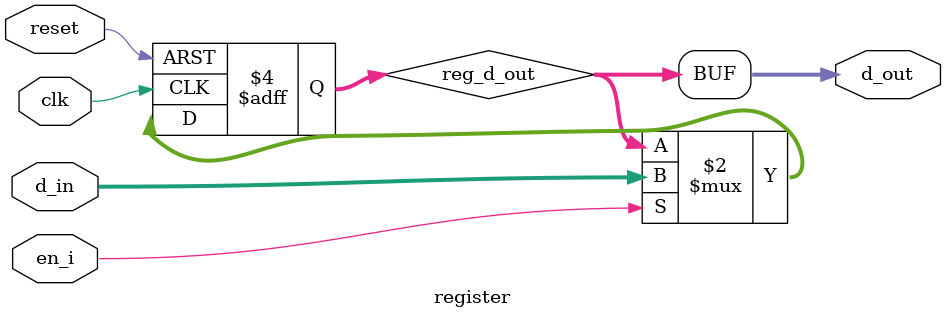
<source format=v>
module register(
    input  wire                  clk,
    input  wire                  reset,
    input  wire                  en_i,
    input  wire [15:0]           d_in,
    output wire [15:0]           d_out
);

    reg [15:0] reg_d_out;
    assign d_out = reg_d_out;

    always @(posedge clk or posedge reset) begin
        if(reset) begin
            reg_d_out <= 16'b0;
        end else begin
            if(en_i) reg_d_out <= d_in;
        end
    end

endmodule

</source>
